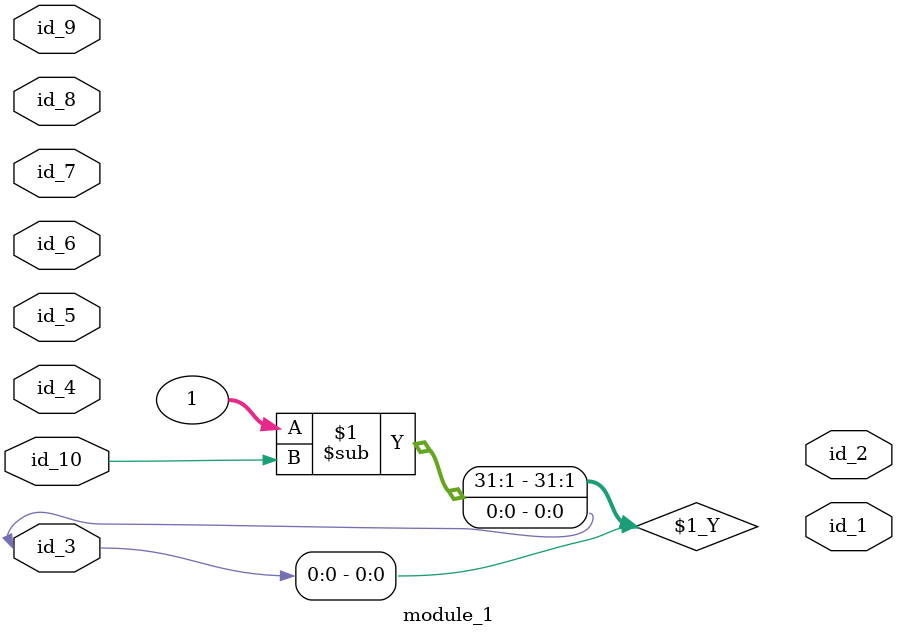
<source format=v>
module module_0;
  wire id_1;
endmodule
module module_1 (
    id_1,
    id_2,
    id_3,
    id_4,
    id_5,
    id_6,
    id_7,
    id_8,
    id_9,
    id_10
);
  input wire id_10;
  input wire id_9;
  input wire id_8;
  inout wire id_7;
  inout wire id_6;
  inout wire id_5;
  input wire id_4;
  inout wire id_3;
  output wire id_2;
  output wire id_1;
  assign id_3[1'b0] = 1 - id_10;
  module_0 modCall_1 ();
  genvar id_11;
  assign id_3[1] = id_7;
endmodule

</source>
